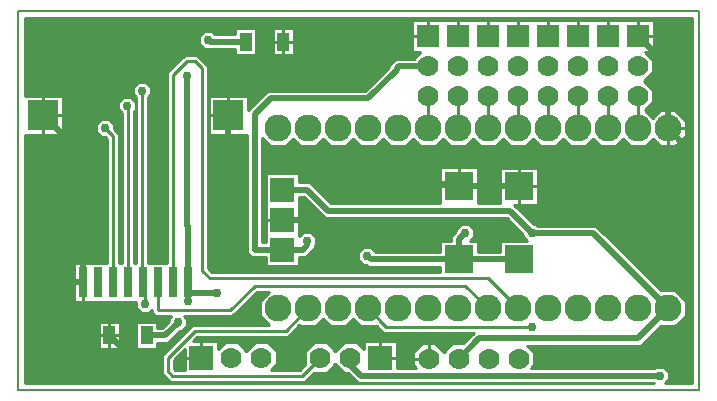
<source format=gbr>
G04 PROTEUS GERBER X2 FILE*
%TF.GenerationSoftware,Labcenter,Proteus,8.15-SP1-Build34318*%
%TF.CreationDate,2024-05-26T10:12:06+00:00*%
%TF.FileFunction,Copper,L2,Bot*%
%TF.FilePolarity,Positive*%
%TF.Part,Single*%
%TF.SameCoordinates,{c1c5c1e2-d9f3-4829-891e-9e67f3fcbee4}*%
%FSLAX45Y45*%
%MOMM*%
G01*
%TA.AperFunction,Conductor*%
%ADD11C,0.508000*%
%ADD10C,0.254000*%
%TA.AperFunction,ViaPad*%
%ADD12C,0.762000*%
%TA.AperFunction,ComponentPad*%
%ADD13C,2.286000*%
%TA.AperFunction,ComponentPad*%
%ADD14R,1.905000X1.905000*%
%ADD15C,1.778000*%
%TA.AperFunction,SMDPad,CuDef*%
%ADD16R,0.762000X2.540000*%
%ADD17R,2.540000X2.540000*%
%TA.AperFunction,ComponentPad*%
%ADD70R,2.032000X2.032000*%
%TA.AperFunction,SMDPad,CuDef*%
%ADD24R,2.438400X2.362200*%
%ADD25R,1.016000X1.524000*%
%TA.AperFunction,Profile*%
%ADD23C,0.203200*%
%TD.AperFunction*%
%TA.AperFunction,Conductor*%
G36*
X+842010Y-1270000D02*
X+615762Y-1270000D01*
X+647699Y-1238063D01*
X+647699Y-1174937D01*
X+603063Y-1130301D01*
X+539937Y-1130301D01*
X+527236Y-1143002D01*
X-519116Y-1143002D01*
X-492761Y-1116647D01*
X-492761Y-1009333D01*
X-549595Y-952499D01*
X+416191Y-952499D01*
X+578751Y-789939D01*
X+704476Y-789939D01*
X+793749Y-700666D01*
X+793749Y-574414D01*
X+704476Y-485141D01*
X+578751Y-485141D01*
X+30111Y+63499D01*
X-463737Y+63499D01*
X-476437Y+76199D01*
X-494399Y+76199D01*
X-658471Y+240271D01*
X-459741Y+240271D01*
X-459741Y+552689D01*
X-779779Y+552689D01*
X-779779Y+253999D01*
X-970281Y+253999D01*
X-970281Y+555229D01*
X-1290319Y+555229D01*
X-1290319Y+253999D01*
X-2208899Y+253999D01*
X-2386699Y+431799D01*
X-2482851Y+431799D01*
X-2482851Y+507999D01*
X-2762249Y+507999D01*
X-2762249Y-76201D01*
X-2794001Y-76201D01*
X-2794001Y+804286D01*
X-2723776Y+734061D01*
X-2597524Y+734061D01*
X-2533650Y+797935D01*
X-2469776Y+734061D01*
X-2343524Y+734061D01*
X-2279650Y+797935D01*
X-2215776Y+734061D01*
X-2089524Y+734061D01*
X-2025650Y+797935D01*
X-1961776Y+734061D01*
X-1835524Y+734061D01*
X-1771650Y+797935D01*
X-1707776Y+734061D01*
X-1581524Y+734061D01*
X-1517650Y+797935D01*
X-1453776Y+734061D01*
X-1327524Y+734061D01*
X-1263650Y+797935D01*
X-1199776Y+734061D01*
X-1073524Y+734061D01*
X-1009650Y+797935D01*
X-945776Y+734061D01*
X-819524Y+734061D01*
X-755650Y+797935D01*
X-691776Y+734061D01*
X-565524Y+734061D01*
X-501650Y+797935D01*
X-437776Y+734061D01*
X-311524Y+734061D01*
X-247650Y+797935D01*
X-183776Y+734061D01*
X-57524Y+734061D01*
X+6350Y+797935D01*
X+70224Y+734061D01*
X+196476Y+734061D01*
X+260350Y+797935D01*
X+324224Y+734061D01*
X+450476Y+734061D01*
X+514350Y+797935D01*
X+578224Y+734061D01*
X+704476Y+734061D01*
X+793749Y+823334D01*
X+793749Y+949586D01*
X+704476Y+1038859D01*
X+578224Y+1038859D01*
X+514350Y+974985D01*
X+450476Y+1038859D01*
X+448625Y+1038859D01*
X+515619Y+1105853D01*
X+515619Y+1213167D01*
X+442276Y+1286510D01*
X+515619Y+1359853D01*
X+515619Y+1467167D01*
X+448625Y+1534161D01*
X+519429Y+1534161D01*
X+519429Y+1800859D01*
X-1525269Y+1800859D01*
X-1525269Y+1534161D01*
X-1454465Y+1534161D01*
X-1511617Y+1477009D01*
X-1662060Y+1477009D01*
X-1718817Y+1420252D01*
X-1718817Y+1408569D01*
X-1920887Y+1206499D01*
X-2746896Y+1206499D01*
X-2784093Y+1169301D01*
X-2914158Y+1039236D01*
X-2914158Y+1164286D01*
X-3244356Y+1164286D01*
X-3244356Y+834088D01*
X-2920999Y+834088D01*
X-2920999Y-166001D01*
X-2883801Y-203199D01*
X-2762249Y-203199D01*
X-2762249Y-279399D01*
X-2482851Y-279399D01*
X-2482851Y-203199D01*
X-2424799Y-203199D01*
X-2349501Y-127901D01*
X-2349501Y-107763D01*
X-2336801Y-95063D01*
X-2336801Y-31937D01*
X-2381437Y+12699D01*
X-2444563Y+12699D01*
X-2482851Y-25589D01*
X-2482851Y+304801D01*
X-2439301Y+304801D01*
X-2261501Y+127001D01*
X-724801Y+127001D01*
X-584199Y-13601D01*
X-584199Y-31563D01*
X-548451Y-67311D01*
X-779779Y-67311D01*
X-779779Y-157481D01*
X-970281Y-157481D01*
X-970281Y-64771D01*
X-1036509Y-64771D01*
X-1003301Y-31563D01*
X-1003301Y+31563D01*
X-1047937Y+76199D01*
X-1111063Y+76199D01*
X-1155699Y+31563D01*
X-1155699Y+13601D01*
X-1193799Y-24499D01*
X-1193799Y-64771D01*
X-1290319Y-64771D01*
X-1290319Y-157482D01*
X-1830256Y-157482D01*
X-1873437Y-114301D01*
X-1936563Y-114301D01*
X-1981199Y-158937D01*
X-1981199Y-222063D01*
X-1936563Y-266699D01*
X-1918601Y-266699D01*
X-1900822Y-284478D01*
X-1874520Y-284478D01*
X-1290319Y-284479D01*
X-1290319Y-330202D01*
X-3217458Y-330202D01*
X-3251201Y-296459D01*
X-3251201Y+1418041D01*
X-3344459Y+1511299D01*
X-3450041Y+1511299D01*
X-3601056Y+1360284D01*
X-3601056Y-252714D01*
X-3759201Y-252714D01*
X-3759201Y+1149537D01*
X-3733801Y+1174937D01*
X-3733801Y+1238063D01*
X-3778437Y+1282699D01*
X-3841563Y+1282699D01*
X-3886199Y+1238063D01*
X-3886199Y+1174937D01*
X-3860799Y+1149537D01*
X-3860799Y-252714D01*
X-3880458Y-252714D01*
X-3880458Y+1028280D01*
X-3860801Y+1047937D01*
X-3860801Y+1111063D01*
X-3905437Y+1155699D01*
X-3968563Y+1155699D01*
X-4013199Y+1111063D01*
X-4013199Y+1047937D01*
X-3982056Y+1016794D01*
X-3982056Y-252714D01*
X-4007458Y-252714D01*
X-4007458Y+840798D01*
X-4051301Y+884641D01*
X-4051301Y+920563D01*
X-4095937Y+965199D01*
X-4159063Y+965199D01*
X-4203699Y+920563D01*
X-4203699Y+857437D01*
X-4159063Y+812801D01*
X-4123141Y+812801D01*
X-4109056Y+798716D01*
X-4109056Y-252714D01*
X-4388456Y-252714D01*
X-4388456Y-582912D01*
X-3862577Y-582912D01*
X-3862577Y-631765D01*
X-3817941Y-676401D01*
X-3754815Y-676401D01*
X-3728056Y-649642D01*
X-3728056Y-674837D01*
X-3698298Y-704595D01*
X-3567435Y-704595D01*
X-3586508Y-723668D01*
X-3586508Y-746493D01*
X-3643164Y-803149D01*
X-3684017Y-803149D01*
X-3684017Y-752349D01*
X-3861815Y-752349D01*
X-3861815Y-980947D01*
X-3684017Y-980947D01*
X-3684017Y-930147D01*
X-3590562Y-930147D01*
X-3491845Y-831430D01*
X-3478746Y-831430D01*
X-3434110Y-786794D01*
X-3434110Y-723668D01*
X-3453183Y-704595D01*
X-3045755Y-704595D01*
X-2836458Y-495298D01*
X-2733933Y-495298D01*
X-2813049Y-574414D01*
X-2813049Y-700666D01*
X-2739014Y-774701D01*
X-3384319Y-774701D01*
X-3643882Y-1034264D01*
X-3643882Y-1190204D01*
X-3576787Y-1257299D01*
X-2432599Y-1257299D01*
X-2356918Y-1181618D01*
X-2354897Y-1183639D01*
X-2247583Y-1183639D01*
X-2174240Y-1110296D01*
X-2100897Y-1183639D01*
X-2071001Y-1183639D01*
X-1984642Y-1269998D01*
X-1958340Y-1269998D01*
X+527237Y-1270000D01*
X-4798062Y-1270000D01*
X-4798062Y+834088D01*
X-4484158Y+834088D01*
X-4484158Y+1164286D01*
X-4798062Y+1164286D01*
X-4798062Y+1821180D01*
X+842010Y+1821180D01*
X+842010Y-1270000D01*
G37*
%TD.AperFunction*%
%LPC*%
G36*
X-2843531Y+1505713D02*
X-3021329Y+1505713D01*
X-3021329Y+1556513D01*
X-3263598Y+1556513D01*
X-3269308Y+1562223D01*
X-3287270Y+1562223D01*
X-3331906Y+1606859D01*
X-3331906Y+1669985D01*
X-3287270Y+1714621D01*
X-3224144Y+1714621D01*
X-3193034Y+1683511D01*
X-3021329Y+1683511D01*
X-3021329Y+1734311D01*
X-2843531Y+1734311D01*
X-2843531Y+1505713D01*
G37*
G36*
X-2528571Y+1505713D02*
X-2706369Y+1505713D01*
X-2706369Y+1734311D01*
X-2528571Y+1734311D01*
X-2528571Y+1505713D01*
G37*
G36*
X-4176775Y-752349D02*
X-3998977Y-752349D01*
X-3998977Y-980947D01*
X-4176775Y-980947D01*
X-4176775Y-752349D01*
G37*
G36*
X-4667250Y-648151D02*
X-4667250Y-621849D01*
X-4648651Y-603250D01*
X-4622349Y-603250D01*
X-4603750Y-621849D01*
X-4603750Y-648151D01*
X-4622349Y-666750D01*
X-4648651Y-666750D01*
X-4667250Y-648151D01*
G37*
G36*
X-1365250Y+431349D02*
X-1365250Y+457651D01*
X-1346651Y+476250D01*
X-1320349Y+476250D01*
X-1301750Y+457651D01*
X-1301750Y+431349D01*
X-1320349Y+412750D01*
X-1346651Y+412750D01*
X-1365250Y+431349D01*
G37*
G36*
X+704913Y-897704D02*
X+704913Y-871402D01*
X+723512Y-852803D01*
X+749814Y-852803D01*
X+768413Y-871402D01*
X+768413Y-897704D01*
X+749814Y-916303D01*
X+723512Y-916303D01*
X+704913Y-897704D01*
G37*
G36*
X-3933652Y-1069234D02*
X-3933652Y-1042932D01*
X-3915053Y-1024333D01*
X-3888751Y-1024333D01*
X-3870152Y-1042932D01*
X-3870152Y-1069234D01*
X-3888751Y-1087833D01*
X-3915053Y-1087833D01*
X-3933652Y-1069234D01*
G37*
%LPD*%
%TA.AperFunction,Conductor*%
G36*
X-1961776Y-789939D02*
X-1835524Y-789939D01*
X-1828795Y-783210D01*
X-1824688Y-787451D01*
X-1768352Y-843787D01*
X-1000897Y-843787D01*
X-1090561Y-933451D01*
X-1183957Y-933451D01*
X-1257300Y-1006794D01*
X-1330643Y-933451D01*
X-1437957Y-933451D01*
X-1513839Y-1009333D01*
X-1513839Y-1116647D01*
X-1487484Y-1143002D01*
X-1653541Y-1143002D01*
X-1653541Y-914401D01*
X-1932939Y-914401D01*
X-1932939Y-985205D01*
X-1993583Y-924561D01*
X-2100897Y-924561D01*
X-2174240Y-997904D01*
X-2247583Y-924561D01*
X-2354897Y-924561D01*
X-2430779Y-1000443D01*
X-2430779Y-1107757D01*
X-2428758Y-1109778D01*
X-2474681Y-1155701D01*
X-2720607Y-1155701D01*
X-2672750Y-1107844D01*
X-2672750Y-1000530D01*
X-2748632Y-924648D01*
X-2855946Y-924648D01*
X-2929289Y-997991D01*
X-3002632Y-924648D01*
X-3109946Y-924648D01*
X-3170590Y-985292D01*
X-3170590Y-914488D01*
X-3380426Y-914488D01*
X-3342237Y-876299D01*
X-2573569Y-876299D01*
X-2478493Y-781223D01*
X-2469776Y-789939D01*
X-2343524Y-789939D01*
X-2279650Y-726065D01*
X-2215776Y-789939D01*
X-2089524Y-789939D01*
X-2025650Y-726065D01*
X-1961776Y-789939D01*
G37*
%TD.AperFunction*%
%TA.AperFunction,Conductor*%
G36*
X-3449988Y-1155701D02*
X-3534705Y-1155701D01*
X-3542286Y-1148120D01*
X-3542286Y-1076348D01*
X-3449988Y-984050D01*
X-3449988Y-1155701D01*
G37*
%TD.AperFunction*%
D11*
X-3423257Y-417813D02*
X-3423257Y-508000D01*
X-3175000Y-508000D01*
X-1130300Y-220980D02*
X-1874520Y-220980D01*
X-1905000Y-190500D01*
X-1130300Y-220980D02*
X-637540Y-220980D01*
X-635000Y-223520D01*
X-619760Y-223520D01*
X-3429000Y+63500D02*
X-3429000Y+1333500D01*
X-3423257Y-417813D02*
X-3423257Y+57757D01*
X-3429000Y+63500D01*
X-1130300Y-220980D02*
X-1130300Y-50800D01*
X-1079500Y+0D01*
X-2622550Y+368300D02*
X-2413000Y+368300D01*
X-2235200Y+190500D01*
X-698500Y+190500D01*
X-508000Y+0D01*
X+641350Y-637540D02*
X+389890Y-889000D01*
X-956310Y-889000D01*
X-1130300Y-1062990D01*
X+641350Y-637540D02*
X+3810Y+0D01*
X-508000Y+0D01*
X+571500Y-1206500D02*
X-1958340Y-1206500D01*
X-2047240Y-1117600D01*
X-2047240Y-1054100D01*
X-2622550Y-139700D02*
X-2451100Y-139700D01*
X-2413000Y-101600D01*
X-2413000Y-63500D01*
D10*
X-628650Y-637540D02*
X-885190Y-381000D01*
X-3238500Y-381000D01*
X-3302000Y-317500D01*
X-3302000Y+1397000D01*
X-3365500Y+1460500D01*
X-3429000Y+1460500D01*
X-3550257Y+1339243D01*
X-3550257Y-417813D01*
X+387350Y+886460D02*
X+386080Y+887730D01*
X+386080Y+1159510D01*
X+133350Y+886460D02*
X+132080Y+887730D01*
X+132080Y+1159510D01*
X-120650Y+886460D02*
X-121920Y+887730D01*
X-121920Y+1159510D01*
X-374650Y+886460D02*
X-375920Y+887730D01*
X-375920Y+1159510D01*
X-628650Y+886460D02*
X-629920Y+887730D01*
X-629920Y+1159510D01*
X-882650Y+886460D02*
X-883920Y+887730D01*
X-883920Y+1159510D01*
X-1136650Y+886460D02*
X-1137920Y+887730D01*
X-1137920Y+1159510D01*
X-1390650Y+886460D02*
X-1391920Y+887730D01*
X-1391920Y+1159510D01*
D11*
X-4312257Y-417813D02*
X-4312257Y+662187D01*
X-4649257Y+999187D01*
X-3079257Y+999187D02*
X-3079257Y-190500D01*
X-2952257Y-317500D01*
X-2413000Y-317500D01*
X-2286000Y-190500D01*
X-2286000Y-63500D01*
X-2463800Y+114300D01*
X-2622550Y+114300D01*
X+386080Y+1667510D02*
X+641350Y+1412240D01*
X+641350Y+886460D01*
X-1130300Y+399020D02*
X-637540Y+399020D01*
X-635000Y+396480D01*
X-619760Y+396480D01*
X-1130300Y+399020D02*
X-1130300Y+419101D01*
X-1308101Y+419101D01*
X-1333500Y+444500D01*
X-4312257Y-417813D02*
X-4418313Y-417813D01*
X-4635500Y-635000D01*
D10*
X-4127500Y+889000D02*
X-4058257Y+819757D01*
X-4058257Y-417813D01*
X-3937000Y+1079500D02*
X-3931257Y+1073757D01*
X-3931257Y-417813D01*
X-3804257Y-417813D02*
X-3804257Y-317500D01*
X-3810000Y-311757D01*
X-3810000Y+1206500D01*
D11*
X-1391920Y+1413510D02*
X-1635759Y+1413510D01*
X-1655318Y+1393951D01*
X-1655318Y+1382268D01*
X-1894586Y+1143000D01*
X-2720594Y+1143000D01*
X-2857500Y+1006094D01*
X-2857500Y-139700D01*
X-2622550Y-139700D01*
X-2932430Y+1620012D02*
X-3237297Y+1620012D01*
X-3255707Y+1638422D01*
X+736663Y-884553D02*
X+762625Y-884553D01*
X+829332Y-817846D01*
X+829332Y+692995D01*
X+750167Y+772160D01*
X+641350Y+886460D01*
D10*
X-505460Y-792988D02*
X-1747311Y-792988D01*
X-1788459Y-751840D01*
X-1898650Y-637540D01*
X-2301240Y-1054100D02*
X-2453640Y-1206500D01*
X-3555746Y-1206500D01*
X-3593084Y-1169162D01*
X-3593084Y-1055306D01*
X-3363278Y-825500D01*
X-2594610Y-825500D01*
X-2406650Y-637540D01*
X-882650Y-637540D02*
X-1075690Y-444500D01*
X-2857500Y-444500D01*
X-3066796Y-653796D01*
X-3677257Y-653796D01*
X-3677257Y-417813D01*
X-3786378Y-600202D02*
X-3786378Y-487850D01*
X-3793296Y-480932D01*
X-3804257Y-417813D01*
D11*
X-3772916Y-866648D02*
X-3616863Y-866648D01*
X-3510309Y-760094D01*
X-3510309Y-755231D01*
X-3424682Y-577643D02*
X-3424682Y-483958D01*
X-3427708Y-480932D01*
X-3423257Y-417813D01*
X-4087876Y-866648D02*
X-3901902Y-1052622D01*
X-3901902Y-1056083D01*
D12*
X-3175000Y-508000D03*
X-1905000Y-190500D03*
X-3429000Y+1333500D03*
X-1079500Y+0D03*
X-508000Y+0D03*
X+571500Y-1206500D03*
X-2413000Y-63500D03*
X-4635500Y-635000D03*
X-1333500Y+444500D03*
X-4127500Y+889000D03*
X-3937000Y+1079500D03*
X-3810000Y+1206500D03*
X-3255707Y+1638422D03*
X+736663Y-884553D03*
X-505460Y-792988D03*
X-3786378Y-600202D03*
X-3510309Y-755231D03*
X-3424682Y-577643D03*
X-3901902Y-1056083D03*
D10*
X+842010Y-1270000D02*
X+615762Y-1270000D01*
X+647699Y-1238063D01*
X+647699Y-1174937D01*
X+603063Y-1130301D01*
X+539937Y-1130301D01*
X+527236Y-1143002D01*
X-519116Y-1143002D01*
X-492761Y-1116647D01*
X-492761Y-1009333D01*
X-549595Y-952499D01*
X+416191Y-952499D01*
X+578751Y-789939D01*
X+704476Y-789939D01*
X+793749Y-700666D01*
X+793749Y-574414D01*
X+704476Y-485141D01*
X+578751Y-485141D01*
X+30111Y+63499D01*
X-463737Y+63499D01*
X-476437Y+76199D01*
X-494399Y+76199D01*
X-658471Y+240271D01*
X-459741Y+240271D01*
X-459741Y+552689D01*
X-779779Y+552689D01*
X-779779Y+253999D01*
X-970281Y+253999D01*
X-970281Y+555229D01*
X-1290319Y+555229D01*
X-1290319Y+253999D01*
X-2208899Y+253999D01*
X-2386699Y+431799D01*
X-2482851Y+431799D01*
X-2482851Y+507999D01*
X-2762249Y+507999D01*
X-2762249Y-76201D01*
X-2794001Y-76201D01*
X-2794001Y+804286D01*
X-2723776Y+734061D01*
X-2597524Y+734061D01*
X-2533650Y+797935D01*
X-2469776Y+734061D01*
X-2343524Y+734061D01*
X-2279650Y+797935D01*
X-2215776Y+734061D01*
X-2089524Y+734061D01*
X-2025650Y+797935D01*
X-1961776Y+734061D01*
X-1835524Y+734061D01*
X-1771650Y+797935D01*
X-1707776Y+734061D01*
X-1581524Y+734061D01*
X-1517650Y+797935D01*
X-1453776Y+734061D01*
X-1327524Y+734061D01*
X-1263650Y+797935D01*
X-1199776Y+734061D01*
X-1073524Y+734061D01*
X-1009650Y+797935D01*
X-945776Y+734061D01*
X-819524Y+734061D01*
X-755650Y+797935D01*
X-691776Y+734061D01*
X-565524Y+734061D01*
X-501650Y+797935D01*
X-437776Y+734061D01*
X-311524Y+734061D01*
X-247650Y+797935D01*
X-183776Y+734061D01*
X-57524Y+734061D01*
X+6350Y+797935D01*
X+70224Y+734061D01*
X+196476Y+734061D01*
X+260350Y+797935D01*
X+324224Y+734061D01*
X+450476Y+734061D01*
X+514350Y+797935D01*
X+578224Y+734061D01*
X+704476Y+734061D01*
X+793749Y+823334D01*
X+793749Y+949586D01*
X+704476Y+1038859D01*
X+578224Y+1038859D01*
X+514350Y+974985D01*
X+450476Y+1038859D01*
X+448625Y+1038859D01*
X+515619Y+1105853D01*
X+515619Y+1213167D01*
X+442276Y+1286510D01*
X+515619Y+1359853D01*
X+515619Y+1467167D01*
X+448625Y+1534161D01*
X+519429Y+1534161D01*
X+519429Y+1800859D01*
X-1525269Y+1800859D01*
X-1525269Y+1534161D01*
X-1454465Y+1534161D01*
X-1511617Y+1477009D01*
X-1662060Y+1477009D01*
X-1718817Y+1420252D01*
X-1718817Y+1408569D01*
X-1920887Y+1206499D01*
X-2746896Y+1206499D01*
X-2784093Y+1169301D01*
X-2914158Y+1039236D01*
X-2914158Y+1164286D01*
X-3244356Y+1164286D01*
X-3244356Y+834088D01*
X-2920999Y+834088D01*
X-2920999Y-166001D01*
X-2883801Y-203199D01*
X-2762249Y-203199D01*
X-2762249Y-279399D01*
X-2482851Y-279399D01*
X-2482851Y-203199D01*
X-2424799Y-203199D01*
X-2349501Y-127901D01*
X-2349501Y-107763D01*
X-2336801Y-95063D01*
X-2336801Y-31937D01*
X-2381437Y+12699D01*
X-2444563Y+12699D01*
X-2482851Y-25589D01*
X-2482851Y+304801D01*
X-2439301Y+304801D01*
X-2261501Y+127001D01*
X-724801Y+127001D01*
X-584199Y-13601D01*
X-584199Y-31563D01*
X-548451Y-67311D01*
X-779779Y-67311D01*
X-779779Y-157481D01*
X-970281Y-157481D01*
X-970281Y-64771D01*
X-1036509Y-64771D01*
X-1003301Y-31563D01*
X-1003301Y+31563D01*
X-1047937Y+76199D01*
X-1111063Y+76199D01*
X-1155699Y+31563D01*
X-1155699Y+13601D01*
X-1193799Y-24499D01*
X-1193799Y-64771D01*
X-1290319Y-64771D01*
X-1290319Y-157482D01*
X-1830256Y-157482D01*
X-1873437Y-114301D01*
X-1936563Y-114301D01*
X-1981199Y-158937D01*
X-1981199Y-222063D01*
X-1936563Y-266699D01*
X-1918601Y-266699D01*
X-1900822Y-284478D01*
X-1874520Y-284478D01*
X-1290319Y-284479D01*
X-1290319Y-330202D01*
X-3217458Y-330202D01*
X-3251201Y-296459D01*
X-3251201Y+1418041D01*
X-3344459Y+1511299D01*
X-3450041Y+1511299D01*
X-3601056Y+1360284D01*
X-3601056Y-252714D01*
X-3759201Y-252714D01*
X-3759201Y+1149537D01*
X-3733801Y+1174937D01*
X-3733801Y+1238063D01*
X-3778437Y+1282699D01*
X-3841563Y+1282699D01*
X-3886199Y+1238063D01*
X-3886199Y+1174937D01*
X-3860799Y+1149537D01*
X-3860799Y-252714D01*
X-3880458Y-252714D01*
X-3880458Y+1028280D01*
X-3860801Y+1047937D01*
X-3860801Y+1111063D01*
X-3905437Y+1155699D01*
X-3968563Y+1155699D01*
X-4013199Y+1111063D01*
X-4013199Y+1047937D01*
X-3982056Y+1016794D01*
X-3982056Y-252714D01*
X-4007458Y-252714D01*
X-4007458Y+840798D01*
X-4051301Y+884641D01*
X-4051301Y+920563D01*
X-4095937Y+965199D01*
X-4159063Y+965199D01*
X-4203699Y+920563D01*
X-4203699Y+857437D01*
X-4159063Y+812801D01*
X-4123141Y+812801D01*
X-4109056Y+798716D01*
X-4109056Y-252714D01*
X-4388456Y-252714D01*
X-4388456Y-582912D01*
X-3862577Y-582912D01*
X-3862577Y-631765D01*
X-3817941Y-676401D01*
X-3754815Y-676401D01*
X-3728056Y-649642D01*
X-3728056Y-674837D01*
X-3698298Y-704595D01*
X-3567435Y-704595D01*
X-3586508Y-723668D01*
X-3586508Y-746493D01*
X-3643164Y-803149D01*
X-3684017Y-803149D01*
X-3684017Y-752349D01*
X-3861815Y-752349D01*
X-3861815Y-980947D01*
X-3684017Y-980947D01*
X-3684017Y-930147D01*
X-3590562Y-930147D01*
X-3491845Y-831430D01*
X-3478746Y-831430D01*
X-3434110Y-786794D01*
X-3434110Y-723668D01*
X-3453183Y-704595D01*
X-3045755Y-704595D01*
X-2836458Y-495298D01*
X-2733933Y-495298D01*
X-2813049Y-574414D01*
X-2813049Y-700666D01*
X-2739014Y-774701D01*
X-3384319Y-774701D01*
X-3643882Y-1034264D01*
X-3643882Y-1190204D01*
X-3576787Y-1257299D01*
X-2432599Y-1257299D01*
X-2356918Y-1181618D01*
X-2354897Y-1183639D01*
X-2247583Y-1183639D01*
X-2174240Y-1110296D01*
X-2100897Y-1183639D01*
X-2071001Y-1183639D01*
X-1984642Y-1269998D01*
X-1958340Y-1269998D01*
X+527237Y-1270000D01*
X-4798062Y-1270000D01*
X-4798062Y+834088D01*
X-4484158Y+834088D01*
X-4484158Y+1164286D01*
X-4798062Y+1164286D01*
X-4798062Y+1821180D01*
X+842010Y+1821180D01*
X+842010Y-1270000D01*
X-2843531Y+1505713D02*
X-3021329Y+1505713D01*
X-3021329Y+1556513D01*
X-3263598Y+1556513D01*
X-3269308Y+1562223D01*
X-3287270Y+1562223D01*
X-3331906Y+1606859D01*
X-3331906Y+1669985D01*
X-3287270Y+1714621D01*
X-3224144Y+1714621D01*
X-3193034Y+1683511D01*
X-3021329Y+1683511D01*
X-3021329Y+1734311D01*
X-2843531Y+1734311D01*
X-2843531Y+1505713D01*
X-2528571Y+1505713D02*
X-2706369Y+1505713D01*
X-2706369Y+1734311D01*
X-2528571Y+1734311D01*
X-2528571Y+1505713D01*
X-4176775Y-752349D02*
X-3998977Y-752349D01*
X-3998977Y-980947D01*
X-4176775Y-980947D01*
X-4176775Y-752349D01*
X-4667250Y-648151D02*
X-4667250Y-621849D01*
X-4648651Y-603250D01*
X-4622349Y-603250D01*
X-4603750Y-621849D01*
X-4603750Y-648151D01*
X-4622349Y-666750D01*
X-4648651Y-666750D01*
X-4667250Y-648151D01*
X-1365250Y+431349D02*
X-1365250Y+457651D01*
X-1346651Y+476250D01*
X-1320349Y+476250D01*
X-1301750Y+457651D01*
X-1301750Y+431349D01*
X-1320349Y+412750D01*
X-1346651Y+412750D01*
X-1365250Y+431349D01*
X+704913Y-897704D02*
X+704913Y-871402D01*
X+723512Y-852803D01*
X+749814Y-852803D01*
X+768413Y-871402D01*
X+768413Y-897704D01*
X+749814Y-916303D01*
X+723512Y-916303D01*
X+704913Y-897704D01*
X-3933652Y-1069234D02*
X-3933652Y-1042932D01*
X-3915053Y-1024333D01*
X-3888751Y-1024333D01*
X-3870152Y-1042932D01*
X-3870152Y-1069234D01*
X-3888751Y-1087833D01*
X-3915053Y-1087833D01*
X-3933652Y-1069234D01*
X-1961776Y-789939D02*
X-1835524Y-789939D01*
X-1828795Y-783210D01*
X-1824688Y-787451D01*
X-1768352Y-843787D01*
X-1000897Y-843787D01*
X-1090561Y-933451D01*
X-1183957Y-933451D01*
X-1257300Y-1006794D01*
X-1330643Y-933451D01*
X-1437957Y-933451D01*
X-1513839Y-1009333D01*
X-1513839Y-1116647D01*
X-1487484Y-1143002D01*
X-1653541Y-1143002D01*
X-1653541Y-914401D01*
X-1932939Y-914401D01*
X-1932939Y-985205D01*
X-1993583Y-924561D01*
X-2100897Y-924561D01*
X-2174240Y-997904D01*
X-2247583Y-924561D01*
X-2354897Y-924561D01*
X-2430779Y-1000443D01*
X-2430779Y-1107757D01*
X-2428758Y-1109778D01*
X-2474681Y-1155701D01*
X-2720607Y-1155701D01*
X-2672750Y-1107844D01*
X-2672750Y-1000530D01*
X-2748632Y-924648D01*
X-2855946Y-924648D01*
X-2929289Y-997991D01*
X-3002632Y-924648D01*
X-3109946Y-924648D01*
X-3170590Y-985292D01*
X-3170590Y-914488D01*
X-3380426Y-914488D01*
X-3342237Y-876299D01*
X-2573569Y-876299D01*
X-2478493Y-781223D01*
X-2469776Y-789939D01*
X-2343524Y-789939D01*
X-2279650Y-726065D01*
X-2215776Y-789939D01*
X-2089524Y-789939D01*
X-2025650Y-726065D01*
X-1961776Y-789939D01*
X-3449988Y-1155701D02*
X-3534705Y-1155701D01*
X-3542286Y-1148120D01*
X-3542286Y-1076348D01*
X-3449988Y-984050D01*
X-3449988Y-1155701D01*
X+641350Y+746761D02*
X+641350Y+886460D01*
X+641350Y+1026159D02*
X+641350Y+886460D01*
X+781049Y+886460D02*
X+641350Y+886460D01*
X-1391920Y+1788159D02*
X-1391920Y+1667510D01*
X-1512569Y+1667510D02*
X-1391920Y+1667510D01*
X-1137920Y+1788159D02*
X-1137920Y+1667510D01*
X-883920Y+1788159D02*
X-883920Y+1667510D01*
X-629920Y+1788159D02*
X-629920Y+1667510D01*
X-375920Y+1788159D02*
X-375920Y+1667510D01*
X-121920Y+1788159D02*
X-121920Y+1667510D01*
X+132080Y+1788159D02*
X+132080Y+1667510D01*
X+506729Y+1667510D02*
X+386080Y+1667510D01*
X+386080Y+1788159D02*
X+386080Y+1667510D01*
X-4312257Y-265414D02*
X-4312257Y-417813D01*
X-4375756Y-417813D02*
X-4312257Y-417813D01*
X-4312257Y-570212D02*
X-4312257Y-417813D01*
X-4649257Y+1151586D02*
X-4649257Y+999187D01*
X-4649257Y+846788D02*
X-4649257Y+999187D01*
X-4496858Y+999187D02*
X-4649257Y+999187D01*
X-3079257Y+1151586D02*
X-3079257Y+999187D01*
X-3231656Y+999187D02*
X-3079257Y+999187D01*
X-3079257Y+846788D02*
X-3079257Y+999187D01*
X-2495551Y+114300D02*
X-2622550Y+114300D01*
X-2749549Y+114300D02*
X-2622550Y+114300D01*
X-1501139Y-1062990D02*
X-1384300Y-1062990D01*
X-1384300Y-946151D02*
X-1384300Y-1062990D01*
X-1666241Y-1054100D02*
X-1793240Y-1054100D01*
X-1793240Y-927101D02*
X-1793240Y-1054100D01*
X-767079Y+396480D02*
X-619760Y+396480D01*
X-619760Y+252971D02*
X-619760Y+396480D01*
X-472441Y+396480D02*
X-619760Y+396480D01*
X-619760Y+539989D02*
X-619760Y+396480D01*
X-1277619Y+399020D02*
X-1130300Y+399020D01*
X-982981Y+399020D02*
X-1130300Y+399020D01*
X-1130300Y+542529D02*
X-1130300Y+399020D01*
X-3437288Y-1054187D02*
X-3310289Y-1054187D01*
X-3310289Y-927188D02*
X-3310289Y-1054187D01*
X-2617470Y+1721611D02*
X-2617470Y+1620012D01*
X-2693669Y+1620012D02*
X-2617470Y+1620012D01*
X-2617470Y+1518413D02*
X-2617470Y+1620012D01*
X-2541271Y+1620012D02*
X-2617470Y+1620012D01*
X-4087876Y-968247D02*
X-4087876Y-866648D01*
X-4011677Y-866648D02*
X-4087876Y-866648D01*
X-4087876Y-765049D02*
X-4087876Y-866648D01*
X-4164075Y-866648D02*
X-4087876Y-866648D01*
D13*
X+387350Y+886460D03*
X+133350Y+886460D03*
X-120650Y+886460D03*
X-374650Y+886460D03*
X-628650Y+886460D03*
X-882650Y+886460D03*
X-1136650Y+886460D03*
X-1390650Y+886460D03*
X-1644650Y+886460D03*
X-1898650Y+886460D03*
X-2152650Y+886460D03*
X-2406650Y+886460D03*
X-2660650Y+886460D03*
X-2660650Y-637540D03*
X-2406650Y-637540D03*
X-2152650Y-637540D03*
X-1898650Y-637540D03*
X-1644650Y-637540D03*
X-1390650Y-637540D03*
X-1136650Y-637540D03*
X-882650Y-637540D03*
X-628650Y-637540D03*
X-374650Y-637540D03*
X-120650Y-637540D03*
X+133350Y-637540D03*
X+387350Y-637540D03*
X+641350Y-637540D03*
X+641350Y+886460D03*
D14*
X-1391920Y+1667510D03*
X-1137920Y+1667510D03*
X-883920Y+1667510D03*
X-629920Y+1667510D03*
X-375920Y+1667510D03*
X-121920Y+1667510D03*
X+132080Y+1667510D03*
X+386080Y+1667510D03*
D15*
X-1391920Y+1413510D03*
X-1137920Y+1413510D03*
X-883920Y+1413510D03*
X-629920Y+1413510D03*
X-375920Y+1413510D03*
X-121920Y+1413510D03*
X+132080Y+1413510D03*
X+386080Y+1413510D03*
X-1391920Y+1159510D03*
X-1137920Y+1159510D03*
X-883920Y+1159510D03*
X-629920Y+1159510D03*
X-375920Y+1159510D03*
X-121920Y+1159510D03*
X+132080Y+1159510D03*
X+386080Y+1159510D03*
D16*
X-3423257Y-417813D03*
X-3550257Y-417813D03*
X-3677257Y-417813D03*
X-3804257Y-417813D03*
X-3931257Y-417813D03*
X-4058257Y-417813D03*
X-4185257Y-417813D03*
X-4312257Y-417813D03*
D17*
X-4649257Y+999187D03*
X-3079257Y+999187D03*
D70*
X-2622550Y-139700D03*
X-2622550Y+114300D03*
X-2622550Y+368300D03*
D15*
X-1384300Y-1062990D03*
X-1130300Y-1062990D03*
X-876300Y-1062990D03*
X-622300Y-1062990D03*
X-2301240Y-1054100D03*
X-2047240Y-1054100D03*
D70*
X-1793240Y-1054100D03*
D24*
X-619760Y-223520D03*
X-619760Y+396480D03*
X-1130300Y-220980D03*
X-1130300Y+399020D03*
D15*
X-2802289Y-1054187D03*
X-3056289Y-1054187D03*
D70*
X-3310289Y-1054187D03*
D25*
X-2932430Y+1620012D03*
X-2617470Y+1620012D03*
X-3772916Y-866648D03*
X-4087876Y-866648D03*
D23*
X-4859022Y-1330960D02*
X+902970Y-1330960D01*
X+902970Y+1882140D01*
X-4859022Y+1882140D01*
X-4859022Y-1330960D01*
M02*

</source>
